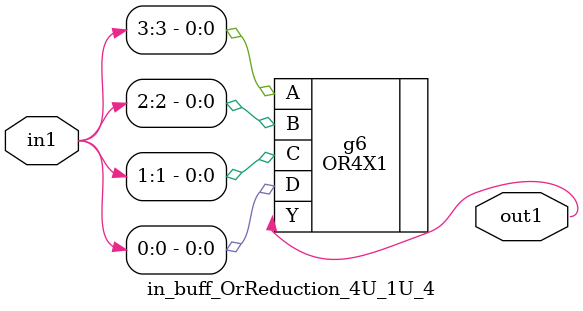
<source format=v>
`timescale 1ps / 1ps


module in_buff_OrReduction_4U_1U_4(in1, out1);
  input [3:0] in1;
  output out1;
  wire [3:0] in1;
  wire out1;
  OR4X1 g6(.A (in1[3]), .B (in1[2]), .C (in1[1]), .D (in1[0]), .Y
       (out1));
endmodule



</source>
